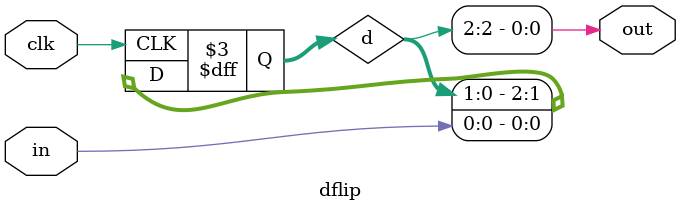
<source format=v>
module strobe #(
	parameter WIDTH = 1,
	parameter DELAY = 2  // 2 for metastability, larger for testing
) (
	input clk_in,
	input clk_out,
	input strobe_in,
	output strobe_out,
	input [WIDTH-1:0] data_in,
	output [WIDTH-1:0] data_out
);

`define CLOCK_CROSS
`ifdef CLOCK_CROSS
	reg flag;
	reg prev_strobe;
	reg [DELAY:0] sync;
	reg [WIDTH-1:0] data;

	initial begin
		flag = 0;
		prev_strobe = 0;
		sync[DELAY:0] = 0;
		data[WIDTH-1:0] = 0;
	end

	// flip the flag and clock in the data when strobe is high
	always @(posedge clk_in) begin
		//if ((strobe_in && !prev_strobe)
		//|| (!strobe_in &&  prev_strobe))
		flag <= flag ^ strobe_in;

		if (strobe_in)
			data <= data_in;

		prev_strobe <= strobe_in;
	end

	// shift through a chain of flipflop to ensure stability
	always @(posedge clk_out)
		sync <= { sync[DELAY-1:0], flag };

	assign strobe_out = sync[DELAY] ^ sync[DELAY-1];
	assign data_out = data;
`else
	assign strobe_out = strobe_in;
	assign data_out = data_in;
`endif
endmodule


module dflip(
	input clk,
	input in,
	output out
);
	reg [2:0] d;
	initial begin
		d[2:0] = 0;
	end
	always @(posedge clk)
		d <= { d[1:0], in };
	assign out = d[2];
endmodule

</source>
